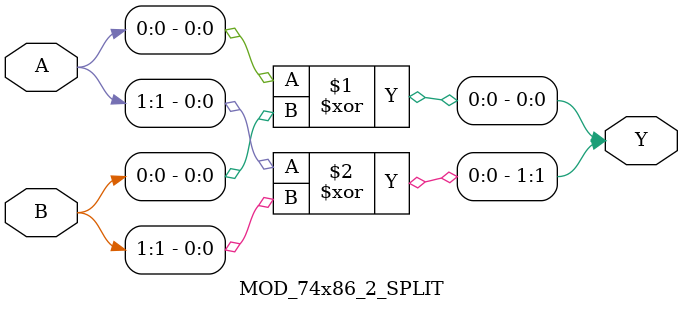
<source format=v>
module MOD_74x86_2 (
    input [0:1] A,
    input [0:1] B,
    output [0:1] Y);

assign Y = A ^ B;

endmodule

module MOD_74x86_2_SPLIT (
    input [0:1] A,
    input [0:1] B,
    output [0:1] Y);

assign Y[0] = A[0] ^ B[0];
assign Y[1] = A[1] ^ B[1];

endmodule
</source>
